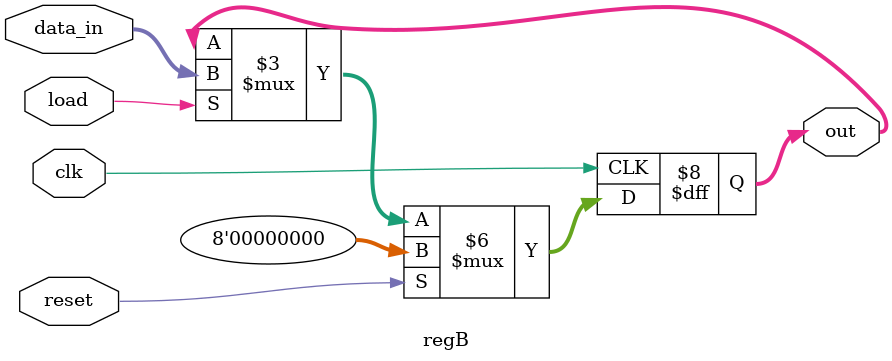
<source format=v>
module regB(
    input clk,             // Señal de reloj  
    input reset,           // Reset síncrono
    input [7:0] data_in,   // Dato de entrada (Desde ALU)
    input load,            // Señal de carga (L_B desde Control Unit)
    output reg [7:0] out   // Salida del registro
);

    // Estado inicial
    initial begin
        out = 8'b00000000;
    end

    always @(posedge clk) begin
        if (reset) begin
            out <= 8'b00000000;   // Reinicia a 0
        end else if (load) begin
            out <= data_in;       // Cargar nuevo valor
        end
        // Si reset=0 y load=0 → mantiene el valor actual
    end
endmodule

</source>
